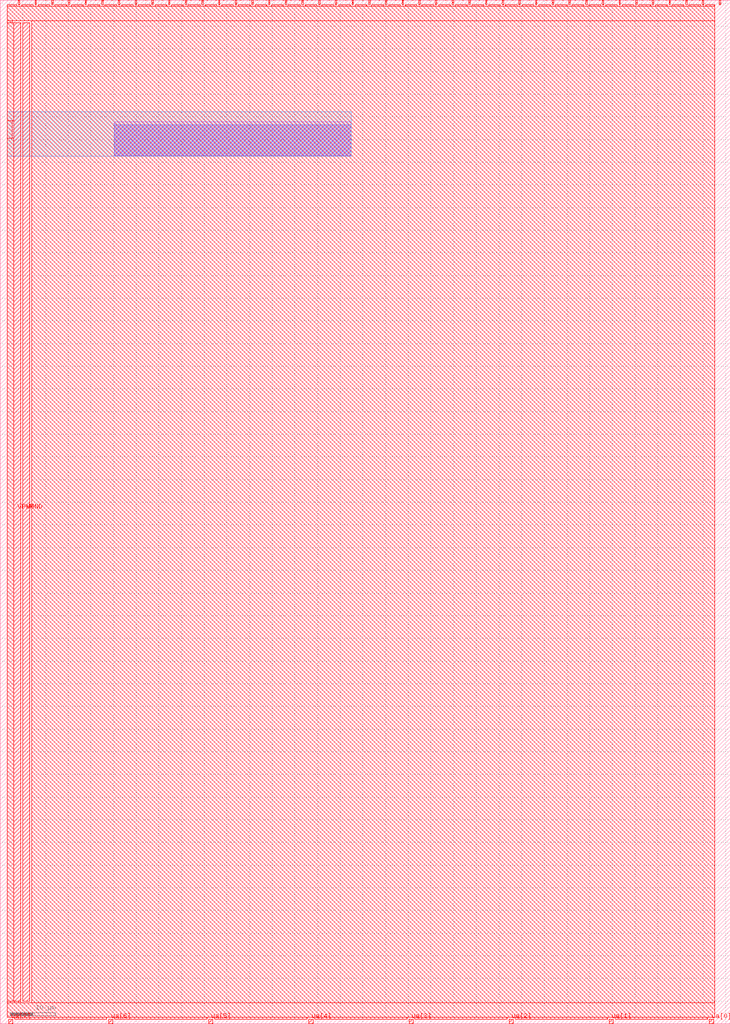
<source format=lef>
VERSION 5.7 ;
  NOWIREEXTENSIONATPIN ON ;
  DIVIDERCHAR "/" ;
  BUSBITCHARS "[]" ;
MACRO tt_um_analog_factory_test
  CLASS BLOCK ;
  FOREIGN tt_um_analog_factory_test ;
  ORIGIN 0.000 0.000 ;
  SIZE 161.000 BY 225.760 ;
  PIN clk
    DIRECTION INPUT ;
    USE SIGNAL ;
    PORT
      LAYER met4 ;
        RECT 154.870 224.760 155.170 225.760 ;
    END
  END clk
  PIN ena
    DIRECTION INPUT ;
    USE SIGNAL ;
    PORT
      LAYER met4 ;
        RECT 158.550 224.760 158.850 225.760 ;
    END
  END ena
  PIN rst_n
    DIRECTION INPUT ;
    USE SIGNAL ;
    PORT
      LAYER met4 ;
        RECT 151.190 224.760 151.490 225.760 ;
    END
  END rst_n
  PIN ua[0]
    DIRECTION INOUT ;
    USE SIGNAL ;
    PORT
      LAYER met4 ;
        RECT 156.410 0.000 157.310 1.000 ;
    END
  END ua[0]
  PIN ua[1]
    DIRECTION INOUT ;
    USE SIGNAL ;
    ANTENNADIFFAREA 35.489597 ;
    PORT
      LAYER met4 ;
        RECT 134.330 0.000 135.230 1.000 ;
    END
  END ua[1]
  PIN ua[2]
    DIRECTION INOUT ;
    USE SIGNAL ;
    ANTENNADIFFAREA 11.599999 ;
    PORT
      LAYER met4 ;
        RECT 112.250 0.000 113.150 1.000 ;
    END
  END ua[2]
  PIN ua[3]
    DIRECTION INOUT ;
    USE SIGNAL ;
    PORT
      LAYER met4 ;
        RECT 90.170 0.000 91.070 1.000 ;
    END
  END ua[3]
  PIN ua[4]
    DIRECTION INOUT ;
    USE SIGNAL ;
    PORT
      LAYER met4 ;
        RECT 68.090 0.000 68.990 1.000 ;
    END
  END ua[4]
  PIN ua[5]
    DIRECTION INOUT ;
    USE SIGNAL ;
    PORT
      LAYER met4 ;
        RECT 46.010 0.000 46.910 1.000 ;
    END
  END ua[5]
  PIN ua[6]
    DIRECTION INOUT ;
    USE SIGNAL ;
    PORT
      LAYER met4 ;
        RECT 23.930 0.000 24.830 1.000 ;
    END
  END ua[6]
  PIN ua[7]
    DIRECTION INOUT ;
    USE SIGNAL ;
    PORT
      LAYER met4 ;
        RECT 1.850 0.000 2.750 1.000 ;
    END
  END ua[7]
  PIN ui_in[0]
    DIRECTION INPUT ;
    USE SIGNAL ;
    ANTENNAGATEAREA 1.400000 ;
    PORT
      LAYER met4 ;
        RECT 147.510 224.760 147.810 225.760 ;
    END
  END ui_in[0]
  PIN ui_in[1]
    DIRECTION INPUT ;
    USE SIGNAL ;
    ANTENNAGATEAREA 1.400000 ;
    PORT
      LAYER met4 ;
        RECT 143.830 224.760 144.130 225.760 ;
    END
  END ui_in[1]
  PIN ui_in[2]
    DIRECTION INPUT ;
    USE SIGNAL ;
    PORT
      LAYER met4 ;
        RECT 140.150 224.760 140.450 225.760 ;
    END
  END ui_in[2]
  PIN ui_in[3]
    DIRECTION INPUT ;
    USE SIGNAL ;
    PORT
      LAYER met4 ;
        RECT 136.470 224.760 136.770 225.760 ;
    END
  END ui_in[3]
  PIN ui_in[4]
    DIRECTION INPUT ;
    USE SIGNAL ;
    PORT
      LAYER met4 ;
        RECT 132.790 224.760 133.090 225.760 ;
    END
  END ui_in[4]
  PIN ui_in[5]
    DIRECTION INPUT ;
    USE SIGNAL ;
    PORT
      LAYER met4 ;
        RECT 129.110 224.760 129.410 225.760 ;
    END
  END ui_in[5]
  PIN ui_in[6]
    DIRECTION INPUT ;
    USE SIGNAL ;
    PORT
      LAYER met4 ;
        RECT 125.430 224.760 125.730 225.760 ;
    END
  END ui_in[6]
  PIN ui_in[7]
    DIRECTION INPUT ;
    USE SIGNAL ;
    PORT
      LAYER met4 ;
        RECT 121.750 224.760 122.050 225.760 ;
    END
  END ui_in[7]
  PIN uio_in[0]
    DIRECTION INPUT ;
    USE SIGNAL ;
    PORT
      LAYER met4 ;
        RECT 118.070 224.760 118.370 225.760 ;
    END
  END uio_in[0]
  PIN uio_in[1]
    DIRECTION INPUT ;
    USE SIGNAL ;
    PORT
      LAYER met4 ;
        RECT 114.390 224.760 114.690 225.760 ;
    END
  END uio_in[1]
  PIN uio_in[2]
    DIRECTION INPUT ;
    USE SIGNAL ;
    PORT
      LAYER met4 ;
        RECT 110.710 224.760 111.010 225.760 ;
    END
  END uio_in[2]
  PIN uio_in[3]
    DIRECTION INPUT ;
    USE SIGNAL ;
    PORT
      LAYER met4 ;
        RECT 107.030 224.760 107.330 225.760 ;
    END
  END uio_in[3]
  PIN uio_in[4]
    DIRECTION INPUT ;
    USE SIGNAL ;
    PORT
      LAYER met4 ;
        RECT 103.350 224.760 103.650 225.760 ;
    END
  END uio_in[4]
  PIN uio_in[5]
    DIRECTION INPUT ;
    USE SIGNAL ;
    PORT
      LAYER met4 ;
        RECT 99.670 224.760 99.970 225.760 ;
    END
  END uio_in[5]
  PIN uio_in[6]
    DIRECTION INPUT ;
    USE SIGNAL ;
    PORT
      LAYER met4 ;
        RECT 95.990 224.760 96.290 225.760 ;
    END
  END uio_in[6]
  PIN uio_in[7]
    DIRECTION INPUT ;
    USE SIGNAL ;
    PORT
      LAYER met4 ;
        RECT 92.310 224.760 92.610 225.760 ;
    END
  END uio_in[7]
  PIN uio_oe[0]
    DIRECTION OUTPUT ;
    USE SIGNAL ;
    ANTENNADIFFAREA 35.489597 ;
    PORT
      LAYER met4 ;
        RECT 29.750 224.760 30.050 225.760 ;
    END
  END uio_oe[0]
  PIN uio_oe[1]
    DIRECTION OUTPUT ;
    USE SIGNAL ;
    ANTENNADIFFAREA 35.489597 ;
    PORT
      LAYER met4 ;
        RECT 26.070 224.760 26.370 225.760 ;
    END
  END uio_oe[1]
  PIN uio_oe[2]
    DIRECTION OUTPUT ;
    USE SIGNAL ;
    ANTENNADIFFAREA 35.489597 ;
    PORT
      LAYER met4 ;
        RECT 22.390 224.760 22.690 225.760 ;
    END
  END uio_oe[2]
  PIN uio_oe[3]
    DIRECTION OUTPUT ;
    USE SIGNAL ;
    ANTENNADIFFAREA 35.489597 ;
    PORT
      LAYER met4 ;
        RECT 18.710 224.760 19.010 225.760 ;
    END
  END uio_oe[3]
  PIN uio_oe[4]
    DIRECTION OUTPUT ;
    USE SIGNAL ;
    ANTENNADIFFAREA 35.489597 ;
    PORT
      LAYER met4 ;
        RECT 15.030 224.760 15.330 225.760 ;
    END
  END uio_oe[4]
  PIN uio_oe[5]
    DIRECTION OUTPUT ;
    USE SIGNAL ;
    ANTENNADIFFAREA 35.489597 ;
    PORT
      LAYER met4 ;
        RECT 11.350 224.760 11.650 225.760 ;
    END
  END uio_oe[5]
  PIN uio_oe[6]
    DIRECTION OUTPUT ;
    USE SIGNAL ;
    ANTENNADIFFAREA 35.489597 ;
    PORT
      LAYER met4 ;
        RECT 7.670 224.760 7.970 225.760 ;
    END
  END uio_oe[6]
  PIN uio_oe[7]
    DIRECTION OUTPUT ;
    USE SIGNAL ;
    ANTENNADIFFAREA 35.489597 ;
    PORT
      LAYER met4 ;
        RECT 3.990 224.760 4.290 225.760 ;
    END
  END uio_oe[7]
  PIN uio_out[0]
    DIRECTION OUTPUT ;
    USE SIGNAL ;
    ANTENNADIFFAREA 35.489597 ;
    PORT
      LAYER met4 ;
        RECT 59.190 224.760 59.490 225.760 ;
    END
  END uio_out[0]
  PIN uio_out[1]
    DIRECTION OUTPUT ;
    USE SIGNAL ;
    ANTENNADIFFAREA 35.489597 ;
    PORT
      LAYER met4 ;
        RECT 55.510 224.760 55.810 225.760 ;
    END
  END uio_out[1]
  PIN uio_out[2]
    DIRECTION OUTPUT ;
    USE SIGNAL ;
    ANTENNADIFFAREA 35.489597 ;
    PORT
      LAYER met4 ;
        RECT 51.830 224.760 52.130 225.760 ;
    END
  END uio_out[2]
  PIN uio_out[3]
    DIRECTION OUTPUT ;
    USE SIGNAL ;
    ANTENNADIFFAREA 35.489597 ;
    PORT
      LAYER met4 ;
        RECT 48.150 224.760 48.450 225.760 ;
    END
  END uio_out[3]
  PIN uio_out[4]
    DIRECTION OUTPUT ;
    USE SIGNAL ;
    ANTENNADIFFAREA 35.489597 ;
    PORT
      LAYER met4 ;
        RECT 44.470 224.760 44.770 225.760 ;
    END
  END uio_out[4]
  PIN uio_out[5]
    DIRECTION OUTPUT ;
    USE SIGNAL ;
    ANTENNADIFFAREA 35.489597 ;
    PORT
      LAYER met4 ;
        RECT 40.790 224.760 41.090 225.760 ;
    END
  END uio_out[5]
  PIN uio_out[6]
    DIRECTION OUTPUT ;
    USE SIGNAL ;
    ANTENNADIFFAREA 35.489597 ;
    PORT
      LAYER met4 ;
        RECT 37.110 224.760 37.410 225.760 ;
    END
  END uio_out[6]
  PIN uio_out[7]
    DIRECTION OUTPUT ;
    USE SIGNAL ;
    ANTENNADIFFAREA 35.489597 ;
    PORT
      LAYER met4 ;
        RECT 33.430 224.760 33.730 225.760 ;
    END
  END uio_out[7]
  PIN uo_out[0]
    DIRECTION OUTPUT ;
    USE SIGNAL ;
    ANTENNADIFFAREA 35.489597 ;
    PORT
      LAYER met4 ;
        RECT 88.630 224.760 88.930 225.760 ;
    END
  END uo_out[0]
  PIN uo_out[1]
    DIRECTION OUTPUT ;
    USE SIGNAL ;
    ANTENNADIFFAREA 35.489597 ;
    PORT
      LAYER met4 ;
        RECT 84.950 224.760 85.250 225.760 ;
    END
  END uo_out[1]
  PIN uo_out[2]
    DIRECTION OUTPUT ;
    USE SIGNAL ;
    ANTENNADIFFAREA 35.489597 ;
    PORT
      LAYER met4 ;
        RECT 81.270 224.760 81.570 225.760 ;
    END
  END uo_out[2]
  PIN uo_out[3]
    DIRECTION OUTPUT ;
    USE SIGNAL ;
    ANTENNADIFFAREA 35.489597 ;
    PORT
      LAYER met4 ;
        RECT 77.590 224.760 77.890 225.760 ;
    END
  END uo_out[3]
  PIN uo_out[4]
    DIRECTION OUTPUT ;
    USE SIGNAL ;
    ANTENNADIFFAREA 35.489597 ;
    PORT
      LAYER met4 ;
        RECT 73.910 224.760 74.210 225.760 ;
    END
  END uo_out[4]
  PIN uo_out[5]
    DIRECTION OUTPUT ;
    USE SIGNAL ;
    ANTENNADIFFAREA 35.489597 ;
    PORT
      LAYER met4 ;
        RECT 70.230 224.760 70.530 225.760 ;
    END
  END uo_out[5]
  PIN uo_out[6]
    DIRECTION OUTPUT ;
    USE SIGNAL ;
    ANTENNADIFFAREA 35.489597 ;
    PORT
      LAYER met4 ;
        RECT 66.550 224.760 66.850 225.760 ;
    END
  END uo_out[6]
  PIN uo_out[7]
    DIRECTION OUTPUT ;
    USE SIGNAL ;
    ANTENNADIFFAREA 35.489597 ;
    PORT
      LAYER met4 ;
        RECT 62.870 224.760 63.170 225.760 ;
    END
  END uo_out[7]
  PIN VPWR
    DIRECTION INOUT ;
    USE POWER ;
    PORT
      LAYER met4 ;
        RECT 3.000 5.000 4.500 220.760 ;
    END
  END VPWR
  PIN VGND
    DIRECTION INOUT ;
    USE GROUND ;
    PORT
      LAYER met4 ;
        RECT 5.000 5.000 6.500 220.760 ;
    END
  END VGND
  OBS
      LAYER li1 ;
        RECT 25.120 191.400 77.400 198.910 ;
      LAYER met1 ;
        RECT 25.120 191.400 77.400 198.240 ;
      LAYER met2 ;
        RECT 25.120 191.380 77.400 198.260 ;
      LAYER met3 ;
        RECT 1.500 191.380 77.400 201.190 ;
      LAYER met4 ;
        RECT 1.500 224.360 3.590 224.760 ;
        RECT 4.690 224.360 7.270 224.760 ;
        RECT 8.370 224.360 10.950 224.760 ;
        RECT 12.050 224.360 14.630 224.760 ;
        RECT 15.730 224.360 18.310 224.760 ;
        RECT 19.410 224.360 21.990 224.760 ;
        RECT 23.090 224.360 25.670 224.760 ;
        RECT 26.770 224.360 29.350 224.760 ;
        RECT 30.450 224.360 33.030 224.760 ;
        RECT 34.130 224.360 36.710 224.760 ;
        RECT 37.810 224.360 40.390 224.760 ;
        RECT 41.490 224.360 44.070 224.760 ;
        RECT 45.170 224.360 47.750 224.760 ;
        RECT 48.850 224.360 51.430 224.760 ;
        RECT 52.530 224.360 55.110 224.760 ;
        RECT 56.210 224.360 58.790 224.760 ;
        RECT 59.890 224.360 62.470 224.760 ;
        RECT 63.570 224.360 66.150 224.760 ;
        RECT 67.250 224.360 69.830 224.760 ;
        RECT 70.930 224.360 73.510 224.760 ;
        RECT 74.610 224.360 77.190 224.760 ;
        RECT 78.290 224.360 80.870 224.760 ;
        RECT 81.970 224.360 84.550 224.760 ;
        RECT 85.650 224.360 88.230 224.760 ;
        RECT 89.330 224.360 91.910 224.760 ;
        RECT 93.010 224.360 95.590 224.760 ;
        RECT 96.690 224.360 99.270 224.760 ;
        RECT 100.370 224.360 102.950 224.760 ;
        RECT 104.050 224.360 106.630 224.760 ;
        RECT 107.730 224.360 110.310 224.760 ;
        RECT 111.410 224.360 113.990 224.760 ;
        RECT 115.090 224.360 117.670 224.760 ;
        RECT 118.770 224.360 121.350 224.760 ;
        RECT 122.450 224.360 125.030 224.760 ;
        RECT 126.130 224.360 128.710 224.760 ;
        RECT 129.810 224.360 132.390 224.760 ;
        RECT 133.490 224.360 136.070 224.760 ;
        RECT 137.170 224.360 139.750 224.760 ;
        RECT 140.850 224.360 143.430 224.760 ;
        RECT 144.530 224.360 147.110 224.760 ;
        RECT 148.210 224.360 150.790 224.760 ;
        RECT 151.890 224.360 154.470 224.760 ;
        RECT 155.570 224.360 157.610 224.760 ;
        RECT 1.500 221.160 157.610 224.360 ;
        RECT 1.500 220.760 2.600 221.160 ;
        RECT 1.500 199.200 3.000 220.760 ;
        RECT 1.500 195.300 2.600 199.200 ;
        RECT 1.500 5.000 3.000 195.300 ;
        RECT 1.500 4.600 4.500 5.000 ;
        RECT 6.900 4.600 157.610 221.160 ;
        RECT 1.500 1.400 157.610 4.600 ;
        RECT 3.150 1.000 23.530 1.400 ;
        RECT 25.230 1.000 45.610 1.400 ;
        RECT 47.310 1.000 67.690 1.400 ;
        RECT 69.390 1.000 89.770 1.400 ;
        RECT 91.470 1.000 111.850 1.400 ;
        RECT 113.550 1.000 133.930 1.400 ;
        RECT 135.630 1.000 156.010 1.400 ;
  END
END tt_um_analog_factory_test
END LIBRARY


</source>
